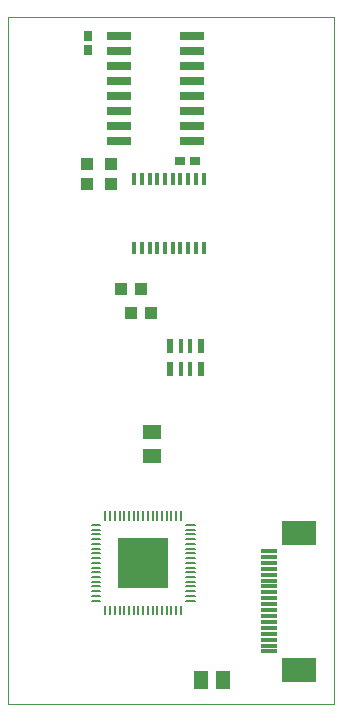
<source format=gbp>
G75*
%MOIN*%
%OFA0B0*%
%FSLAX25Y25*%
%IPPOS*%
%LPD*%
%AMOC8*
5,1,8,0,0,1.08239X$1,22.5*
%
%ADD10C,0.00000*%
%ADD11R,0.06299X0.05118*%
%ADD12R,0.05118X0.05906*%
%ADD13C,0.00787*%
%ADD14R,0.16535X0.16535*%
%ADD15R,0.11811X0.07874*%
%ADD16R,0.05709X0.01181*%
%ADD17R,0.04331X0.03937*%
%ADD18R,0.01200X0.03900*%
%ADD19R,0.08000X0.02600*%
%ADD20R,0.03642X0.02913*%
%ADD21R,0.02913X0.03642*%
%ADD22R,0.03937X0.04331*%
%ADD23R,0.01732X0.04528*%
%ADD24R,0.02480X0.04528*%
D10*
X0002450Y0037800D02*
X0002450Y0266800D01*
X0111050Y0266800D01*
X0111050Y0037800D01*
X0002450Y0037800D01*
D11*
X0050450Y0120463D03*
X0050450Y0128337D03*
D12*
X0066710Y0045600D03*
X0074190Y0045600D03*
D13*
X0061820Y0072202D02*
X0061820Y0072202D01*
X0064576Y0072202D01*
X0064576Y0072202D01*
X0061820Y0072202D01*
X0061820Y0073776D02*
X0061820Y0073776D01*
X0064576Y0073776D01*
X0064576Y0073776D01*
X0061820Y0073776D01*
X0061820Y0075351D02*
X0061820Y0075351D01*
X0064576Y0075351D01*
X0064576Y0075351D01*
X0061820Y0075351D01*
X0061820Y0076926D02*
X0061820Y0076926D01*
X0064576Y0076926D01*
X0064576Y0076926D01*
X0061820Y0076926D01*
X0061820Y0078501D02*
X0061820Y0078501D01*
X0064576Y0078501D01*
X0064576Y0078501D01*
X0061820Y0078501D01*
X0061820Y0080076D02*
X0061820Y0080076D01*
X0064576Y0080076D01*
X0064576Y0080076D01*
X0061820Y0080076D01*
X0061820Y0081650D02*
X0061820Y0081650D01*
X0064576Y0081650D01*
X0064576Y0081650D01*
X0061820Y0081650D01*
X0061820Y0083225D02*
X0061820Y0083225D01*
X0064576Y0083225D01*
X0064576Y0083225D01*
X0061820Y0083225D01*
X0061820Y0084800D02*
X0061820Y0084800D01*
X0064576Y0084800D01*
X0064576Y0084800D01*
X0061820Y0084800D01*
X0061820Y0086375D02*
X0061820Y0086375D01*
X0064576Y0086375D01*
X0064576Y0086375D01*
X0061820Y0086375D01*
X0061820Y0087950D02*
X0061820Y0087950D01*
X0064576Y0087950D01*
X0064576Y0087950D01*
X0061820Y0087950D01*
X0061820Y0089524D02*
X0061820Y0089524D01*
X0064576Y0089524D01*
X0064576Y0089524D01*
X0061820Y0089524D01*
X0061820Y0091099D02*
X0061820Y0091099D01*
X0064576Y0091099D01*
X0064576Y0091099D01*
X0061820Y0091099D01*
X0061820Y0092674D02*
X0061820Y0092674D01*
X0064576Y0092674D01*
X0064576Y0092674D01*
X0061820Y0092674D01*
X0061820Y0094249D02*
X0061820Y0094249D01*
X0064576Y0094249D01*
X0064576Y0094249D01*
X0061820Y0094249D01*
X0061820Y0095824D02*
X0061820Y0095824D01*
X0064576Y0095824D01*
X0064576Y0095824D01*
X0061820Y0095824D01*
X0061820Y0097398D02*
X0061820Y0097398D01*
X0064576Y0097398D01*
X0064576Y0097398D01*
X0061820Y0097398D01*
X0060048Y0099170D02*
X0060048Y0099170D01*
X0060048Y0101926D01*
X0060048Y0101926D01*
X0060048Y0099170D01*
X0060048Y0099956D02*
X0060048Y0099956D01*
X0060048Y0100742D02*
X0060048Y0100742D01*
X0060048Y0101528D02*
X0060048Y0101528D01*
X0058474Y0099170D02*
X0058474Y0099170D01*
X0058474Y0101926D01*
X0058474Y0101926D01*
X0058474Y0099170D01*
X0058474Y0099956D02*
X0058474Y0099956D01*
X0058474Y0100742D02*
X0058474Y0100742D01*
X0058474Y0101528D02*
X0058474Y0101528D01*
X0056899Y0099170D02*
X0056899Y0099170D01*
X0056899Y0101926D01*
X0056899Y0101926D01*
X0056899Y0099170D01*
X0056899Y0099956D02*
X0056899Y0099956D01*
X0056899Y0100742D02*
X0056899Y0100742D01*
X0056899Y0101528D02*
X0056899Y0101528D01*
X0055324Y0099170D02*
X0055324Y0099170D01*
X0055324Y0101926D01*
X0055324Y0101926D01*
X0055324Y0099170D01*
X0055324Y0099956D02*
X0055324Y0099956D01*
X0055324Y0100742D02*
X0055324Y0100742D01*
X0055324Y0101528D02*
X0055324Y0101528D01*
X0053749Y0099170D02*
X0053749Y0099170D01*
X0053749Y0101926D01*
X0053749Y0101926D01*
X0053749Y0099170D01*
X0053749Y0099956D02*
X0053749Y0099956D01*
X0053749Y0100742D02*
X0053749Y0100742D01*
X0053749Y0101528D02*
X0053749Y0101528D01*
X0052174Y0099170D02*
X0052174Y0099170D01*
X0052174Y0101926D01*
X0052174Y0101926D01*
X0052174Y0099170D01*
X0052174Y0099956D02*
X0052174Y0099956D01*
X0052174Y0100742D02*
X0052174Y0100742D01*
X0052174Y0101528D02*
X0052174Y0101528D01*
X0050600Y0099170D02*
X0050600Y0099170D01*
X0050600Y0101926D01*
X0050600Y0101926D01*
X0050600Y0099170D01*
X0050600Y0099956D02*
X0050600Y0099956D01*
X0050600Y0100742D02*
X0050600Y0100742D01*
X0050600Y0101528D02*
X0050600Y0101528D01*
X0049025Y0099170D02*
X0049025Y0099170D01*
X0049025Y0101926D01*
X0049025Y0101926D01*
X0049025Y0099170D01*
X0049025Y0099956D02*
X0049025Y0099956D01*
X0049025Y0100742D02*
X0049025Y0100742D01*
X0049025Y0101528D02*
X0049025Y0101528D01*
X0047450Y0099170D02*
X0047450Y0099170D01*
X0047450Y0101926D01*
X0047450Y0101926D01*
X0047450Y0099170D01*
X0047450Y0099956D02*
X0047450Y0099956D01*
X0047450Y0100742D02*
X0047450Y0100742D01*
X0047450Y0101528D02*
X0047450Y0101528D01*
X0045875Y0099170D02*
X0045875Y0099170D01*
X0045875Y0101926D01*
X0045875Y0101926D01*
X0045875Y0099170D01*
X0045875Y0099956D02*
X0045875Y0099956D01*
X0045875Y0100742D02*
X0045875Y0100742D01*
X0045875Y0101528D02*
X0045875Y0101528D01*
X0044300Y0099170D02*
X0044300Y0099170D01*
X0044300Y0101926D01*
X0044300Y0101926D01*
X0044300Y0099170D01*
X0044300Y0099956D02*
X0044300Y0099956D01*
X0044300Y0100742D02*
X0044300Y0100742D01*
X0044300Y0101528D02*
X0044300Y0101528D01*
X0042726Y0099170D02*
X0042726Y0099170D01*
X0042726Y0101926D01*
X0042726Y0101926D01*
X0042726Y0099170D01*
X0042726Y0099956D02*
X0042726Y0099956D01*
X0042726Y0100742D02*
X0042726Y0100742D01*
X0042726Y0101528D02*
X0042726Y0101528D01*
X0041151Y0099170D02*
X0041151Y0099170D01*
X0041151Y0101926D01*
X0041151Y0101926D01*
X0041151Y0099170D01*
X0041151Y0099956D02*
X0041151Y0099956D01*
X0041151Y0100742D02*
X0041151Y0100742D01*
X0041151Y0101528D02*
X0041151Y0101528D01*
X0039576Y0099170D02*
X0039576Y0099170D01*
X0039576Y0101926D01*
X0039576Y0101926D01*
X0039576Y0099170D01*
X0039576Y0099956D02*
X0039576Y0099956D01*
X0039576Y0100742D02*
X0039576Y0100742D01*
X0039576Y0101528D02*
X0039576Y0101528D01*
X0038001Y0099170D02*
X0038001Y0099170D01*
X0038001Y0101926D01*
X0038001Y0101926D01*
X0038001Y0099170D01*
X0038001Y0099956D02*
X0038001Y0099956D01*
X0038001Y0100742D02*
X0038001Y0100742D01*
X0038001Y0101528D02*
X0038001Y0101528D01*
X0036426Y0099170D02*
X0036426Y0099170D01*
X0036426Y0101926D01*
X0036426Y0101926D01*
X0036426Y0099170D01*
X0036426Y0099956D02*
X0036426Y0099956D01*
X0036426Y0100742D02*
X0036426Y0100742D01*
X0036426Y0101528D02*
X0036426Y0101528D01*
X0034852Y0099170D02*
X0034852Y0099170D01*
X0034852Y0101926D01*
X0034852Y0101926D01*
X0034852Y0099170D01*
X0034852Y0099956D02*
X0034852Y0099956D01*
X0034852Y0100742D02*
X0034852Y0100742D01*
X0034852Y0101528D02*
X0034852Y0101528D01*
X0033080Y0097398D02*
X0033080Y0097398D01*
X0030324Y0097398D01*
X0030324Y0097398D01*
X0033080Y0097398D01*
X0033080Y0095824D02*
X0033080Y0095824D01*
X0030324Y0095824D01*
X0030324Y0095824D01*
X0033080Y0095824D01*
X0033080Y0094249D02*
X0033080Y0094249D01*
X0030324Y0094249D01*
X0030324Y0094249D01*
X0033080Y0094249D01*
X0033080Y0092674D02*
X0033080Y0092674D01*
X0030324Y0092674D01*
X0030324Y0092674D01*
X0033080Y0092674D01*
X0033080Y0091099D02*
X0033080Y0091099D01*
X0030324Y0091099D01*
X0030324Y0091099D01*
X0033080Y0091099D01*
X0033080Y0089524D02*
X0033080Y0089524D01*
X0030324Y0089524D01*
X0030324Y0089524D01*
X0033080Y0089524D01*
X0033080Y0087950D02*
X0033080Y0087950D01*
X0030324Y0087950D01*
X0030324Y0087950D01*
X0033080Y0087950D01*
X0033080Y0086375D02*
X0033080Y0086375D01*
X0030324Y0086375D01*
X0030324Y0086375D01*
X0033080Y0086375D01*
X0033080Y0084800D02*
X0033080Y0084800D01*
X0030324Y0084800D01*
X0030324Y0084800D01*
X0033080Y0084800D01*
X0033080Y0083225D02*
X0033080Y0083225D01*
X0030324Y0083225D01*
X0030324Y0083225D01*
X0033080Y0083225D01*
X0033080Y0081650D02*
X0033080Y0081650D01*
X0030324Y0081650D01*
X0030324Y0081650D01*
X0033080Y0081650D01*
X0033080Y0080076D02*
X0033080Y0080076D01*
X0030324Y0080076D01*
X0030324Y0080076D01*
X0033080Y0080076D01*
X0033080Y0078501D02*
X0033080Y0078501D01*
X0030324Y0078501D01*
X0030324Y0078501D01*
X0033080Y0078501D01*
X0033080Y0076926D02*
X0033080Y0076926D01*
X0030324Y0076926D01*
X0030324Y0076926D01*
X0033080Y0076926D01*
X0033080Y0075351D02*
X0033080Y0075351D01*
X0030324Y0075351D01*
X0030324Y0075351D01*
X0033080Y0075351D01*
X0033080Y0073776D02*
X0033080Y0073776D01*
X0030324Y0073776D01*
X0030324Y0073776D01*
X0033080Y0073776D01*
X0033080Y0072202D02*
X0033080Y0072202D01*
X0030324Y0072202D01*
X0030324Y0072202D01*
X0033080Y0072202D01*
X0034852Y0070430D02*
X0034852Y0070430D01*
X0034852Y0067674D01*
X0034852Y0067674D01*
X0034852Y0070430D01*
X0034852Y0068460D02*
X0034852Y0068460D01*
X0034852Y0069246D02*
X0034852Y0069246D01*
X0034852Y0070032D02*
X0034852Y0070032D01*
X0036426Y0070430D02*
X0036426Y0070430D01*
X0036426Y0067674D01*
X0036426Y0067674D01*
X0036426Y0070430D01*
X0036426Y0068460D02*
X0036426Y0068460D01*
X0036426Y0069246D02*
X0036426Y0069246D01*
X0036426Y0070032D02*
X0036426Y0070032D01*
X0038001Y0070430D02*
X0038001Y0070430D01*
X0038001Y0067674D01*
X0038001Y0067674D01*
X0038001Y0070430D01*
X0038001Y0068460D02*
X0038001Y0068460D01*
X0038001Y0069246D02*
X0038001Y0069246D01*
X0038001Y0070032D02*
X0038001Y0070032D01*
X0039576Y0070430D02*
X0039576Y0070430D01*
X0039576Y0067674D01*
X0039576Y0067674D01*
X0039576Y0070430D01*
X0039576Y0068460D02*
X0039576Y0068460D01*
X0039576Y0069246D02*
X0039576Y0069246D01*
X0039576Y0070032D02*
X0039576Y0070032D01*
X0041151Y0070430D02*
X0041151Y0070430D01*
X0041151Y0067674D01*
X0041151Y0067674D01*
X0041151Y0070430D01*
X0041151Y0068460D02*
X0041151Y0068460D01*
X0041151Y0069246D02*
X0041151Y0069246D01*
X0041151Y0070032D02*
X0041151Y0070032D01*
X0042726Y0070430D02*
X0042726Y0070430D01*
X0042726Y0067674D01*
X0042726Y0067674D01*
X0042726Y0070430D01*
X0042726Y0068460D02*
X0042726Y0068460D01*
X0042726Y0069246D02*
X0042726Y0069246D01*
X0042726Y0070032D02*
X0042726Y0070032D01*
X0044300Y0070430D02*
X0044300Y0070430D01*
X0044300Y0067674D01*
X0044300Y0067674D01*
X0044300Y0070430D01*
X0044300Y0068460D02*
X0044300Y0068460D01*
X0044300Y0069246D02*
X0044300Y0069246D01*
X0044300Y0070032D02*
X0044300Y0070032D01*
X0045875Y0070430D02*
X0045875Y0070430D01*
X0045875Y0067674D01*
X0045875Y0067674D01*
X0045875Y0070430D01*
X0045875Y0068460D02*
X0045875Y0068460D01*
X0045875Y0069246D02*
X0045875Y0069246D01*
X0045875Y0070032D02*
X0045875Y0070032D01*
X0047450Y0070430D02*
X0047450Y0070430D01*
X0047450Y0067674D01*
X0047450Y0067674D01*
X0047450Y0070430D01*
X0047450Y0068460D02*
X0047450Y0068460D01*
X0047450Y0069246D02*
X0047450Y0069246D01*
X0047450Y0070032D02*
X0047450Y0070032D01*
X0049025Y0070430D02*
X0049025Y0070430D01*
X0049025Y0067674D01*
X0049025Y0067674D01*
X0049025Y0070430D01*
X0049025Y0068460D02*
X0049025Y0068460D01*
X0049025Y0069246D02*
X0049025Y0069246D01*
X0049025Y0070032D02*
X0049025Y0070032D01*
X0050600Y0070430D02*
X0050600Y0070430D01*
X0050600Y0067674D01*
X0050600Y0067674D01*
X0050600Y0070430D01*
X0050600Y0068460D02*
X0050600Y0068460D01*
X0050600Y0069246D02*
X0050600Y0069246D01*
X0050600Y0070032D02*
X0050600Y0070032D01*
X0052174Y0070430D02*
X0052174Y0070430D01*
X0052174Y0067674D01*
X0052174Y0067674D01*
X0052174Y0070430D01*
X0052174Y0068460D02*
X0052174Y0068460D01*
X0052174Y0069246D02*
X0052174Y0069246D01*
X0052174Y0070032D02*
X0052174Y0070032D01*
X0053749Y0070430D02*
X0053749Y0070430D01*
X0053749Y0067674D01*
X0053749Y0067674D01*
X0053749Y0070430D01*
X0053749Y0068460D02*
X0053749Y0068460D01*
X0053749Y0069246D02*
X0053749Y0069246D01*
X0053749Y0070032D02*
X0053749Y0070032D01*
X0055324Y0070430D02*
X0055324Y0070430D01*
X0055324Y0067674D01*
X0055324Y0067674D01*
X0055324Y0070430D01*
X0055324Y0068460D02*
X0055324Y0068460D01*
X0055324Y0069246D02*
X0055324Y0069246D01*
X0055324Y0070032D02*
X0055324Y0070032D01*
X0056899Y0070430D02*
X0056899Y0070430D01*
X0056899Y0067674D01*
X0056899Y0067674D01*
X0056899Y0070430D01*
X0056899Y0068460D02*
X0056899Y0068460D01*
X0056899Y0069246D02*
X0056899Y0069246D01*
X0056899Y0070032D02*
X0056899Y0070032D01*
X0058474Y0070430D02*
X0058474Y0070430D01*
X0058474Y0067674D01*
X0058474Y0067674D01*
X0058474Y0070430D01*
X0058474Y0068460D02*
X0058474Y0068460D01*
X0058474Y0069246D02*
X0058474Y0069246D01*
X0058474Y0070032D02*
X0058474Y0070032D01*
X0060048Y0070430D02*
X0060048Y0070430D01*
X0060048Y0067674D01*
X0060048Y0067674D01*
X0060048Y0070430D01*
X0060048Y0068460D02*
X0060048Y0068460D01*
X0060048Y0069246D02*
X0060048Y0069246D01*
X0060048Y0070032D02*
X0060048Y0070032D01*
D14*
X0047450Y0084800D03*
D15*
X0099351Y0094835D03*
X0099351Y0049165D03*
D16*
X0089508Y0055268D03*
X0089508Y0057236D03*
X0089508Y0059205D03*
X0089508Y0061173D03*
X0089508Y0063142D03*
X0089508Y0065110D03*
X0089508Y0067079D03*
X0089508Y0069047D03*
X0089508Y0071016D03*
X0089508Y0072984D03*
X0089508Y0074953D03*
X0089508Y0076921D03*
X0089508Y0078890D03*
X0089508Y0080858D03*
X0089508Y0082827D03*
X0089508Y0084795D03*
X0089508Y0086764D03*
X0089508Y0088732D03*
D17*
X0036850Y0211054D03*
X0036850Y0217746D03*
X0028850Y0217746D03*
X0028850Y0211054D03*
D18*
X0044534Y0212687D03*
X0047093Y0212687D03*
X0049652Y0212687D03*
X0052211Y0212687D03*
X0054770Y0212687D03*
X0057330Y0212687D03*
X0059889Y0212687D03*
X0062448Y0212687D03*
X0065007Y0212687D03*
X0067566Y0212687D03*
X0067566Y0189713D03*
X0065007Y0189713D03*
X0062448Y0189713D03*
X0059889Y0189713D03*
X0057330Y0189713D03*
X0054770Y0189713D03*
X0052211Y0189713D03*
X0049652Y0189713D03*
X0047093Y0189713D03*
X0044534Y0189713D03*
D19*
X0039550Y0225300D03*
X0039550Y0230300D03*
X0039550Y0235300D03*
X0039550Y0240300D03*
X0039550Y0245300D03*
X0039550Y0250300D03*
X0039550Y0255300D03*
X0039550Y0260300D03*
X0063750Y0260300D03*
X0063750Y0255300D03*
X0063750Y0250300D03*
X0063750Y0245300D03*
X0063750Y0240300D03*
X0063750Y0235300D03*
X0063750Y0230300D03*
X0063750Y0225300D03*
D20*
X0064612Y0218800D03*
X0059888Y0218800D03*
D21*
X0028900Y0255638D03*
X0028900Y0260362D03*
D22*
X0039904Y0176000D03*
X0043304Y0168000D03*
X0046596Y0176000D03*
X0049996Y0168000D03*
D23*
X0060075Y0157039D03*
X0063225Y0157039D03*
X0063225Y0149361D03*
X0060075Y0149361D03*
D24*
X0056552Y0149361D03*
X0056552Y0157039D03*
X0066748Y0157039D03*
X0066748Y0149361D03*
M02*

</source>
